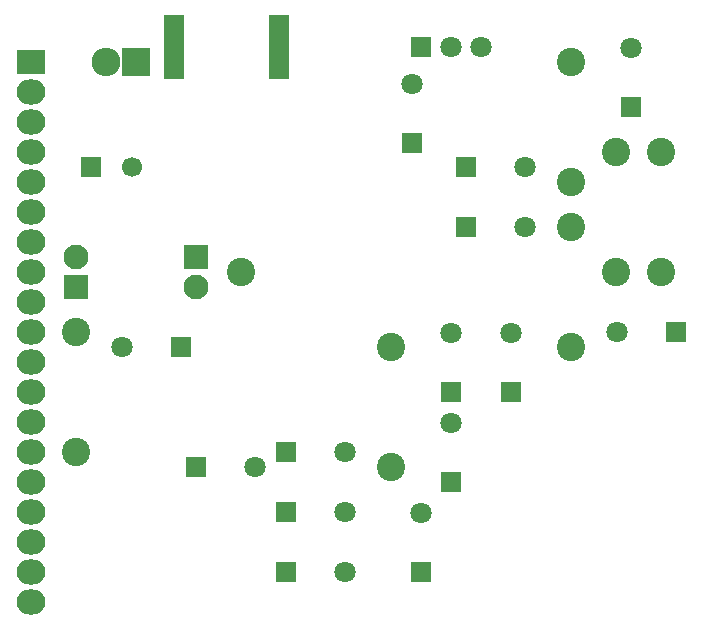
<source format=gbs>
G04 #@! TF.FileFunction,Soldermask,Bot*
%FSLAX46Y46*%
G04 Gerber Fmt 4.6, Leading zero omitted, Abs format (unit mm)*
G04 Created by KiCad (PCBNEW 4.0.4+e1-6308~48~ubuntu16.04.1-stable) date Fri Nov  4 19:56:27 2016*
%MOMM*%
%LPD*%
G01*
G04 APERTURE LIST*
%ADD10C,0.100000*%
%ADD11C,1.700000*%
%ADD12R,1.700000X1.700000*%
%ADD13R,2.432000X2.432000*%
%ADD14O,2.432000X2.432000*%
%ADD15R,1.797000X1.797000*%
%ADD16C,1.797000*%
%ADD17C,2.400000*%
%ADD18R,1.670000X5.480000*%
%ADD19R,2.432000X2.127200*%
%ADD20O,2.432000X2.127200*%
%ADD21C,2.398980*%
%ADD22R,1.800000X1.800000*%
%ADD23C,1.800000*%
%ADD24C,2.099260*%
%ADD25R,2.099260X2.099260*%
G04 APERTURE END LIST*
D10*
D11*
X55570000Y-96520000D03*
D12*
X52070000Y-96520000D03*
D13*
X55880000Y-87630000D03*
D14*
X53340000Y-87630000D03*
D15*
X80010000Y-86360000D03*
D16*
X82550000Y-86360000D03*
X85090000Y-86360000D03*
D17*
X64770000Y-105410000D03*
D18*
X59055000Y-86360000D03*
X67945000Y-86360000D03*
D19*
X46990000Y-87630000D03*
D20*
X46990000Y-90170000D03*
X46990000Y-92710000D03*
X46990000Y-95250000D03*
X46990000Y-97790000D03*
X46990000Y-100330000D03*
X46990000Y-102870000D03*
X46990000Y-105410000D03*
X46990000Y-107950000D03*
X46990000Y-110490000D03*
X46990000Y-113030000D03*
X46990000Y-115570000D03*
X46990000Y-118110000D03*
X46990000Y-120650000D03*
X46990000Y-123190000D03*
X46990000Y-125730000D03*
X46990000Y-128270000D03*
X46990000Y-130810000D03*
X46990000Y-133350000D03*
D21*
X100330000Y-105410000D03*
X100330000Y-95250000D03*
X96520000Y-105410000D03*
X96520000Y-95250000D03*
X92710000Y-111760000D03*
X92710000Y-101600000D03*
X92710000Y-87630000D03*
X92710000Y-97790000D03*
X50800000Y-120650000D03*
X50800000Y-110490000D03*
X77470000Y-121920000D03*
X77470000Y-111760000D03*
D22*
X101600000Y-110490000D03*
D23*
X96600000Y-110490000D03*
D22*
X97790000Y-91440000D03*
D23*
X97790000Y-86440000D03*
D22*
X79248000Y-94488000D03*
D23*
X79248000Y-89488000D03*
D22*
X83820000Y-96520000D03*
D23*
X88820000Y-96520000D03*
D22*
X83820000Y-101600000D03*
D23*
X88820000Y-101600000D03*
D22*
X87630000Y-115570000D03*
D23*
X87630000Y-110570000D03*
D22*
X68580000Y-120650000D03*
D23*
X73580000Y-120650000D03*
D22*
X82550000Y-115570000D03*
D23*
X82550000Y-110570000D03*
D22*
X68580000Y-130810000D03*
D23*
X73580000Y-130810000D03*
D22*
X59690000Y-111760000D03*
D23*
X54690000Y-111760000D03*
D22*
X82550000Y-123190000D03*
D23*
X82550000Y-118190000D03*
D22*
X80010000Y-130810000D03*
D23*
X80010000Y-125810000D03*
D22*
X68580000Y-125730000D03*
D23*
X73580000Y-125730000D03*
D22*
X60960000Y-121920000D03*
D23*
X65960000Y-121920000D03*
D24*
X60960520Y-106677460D03*
D25*
X50800520Y-106677460D03*
D24*
X50799480Y-104142540D03*
D25*
X60959480Y-104142540D03*
M02*

</source>
